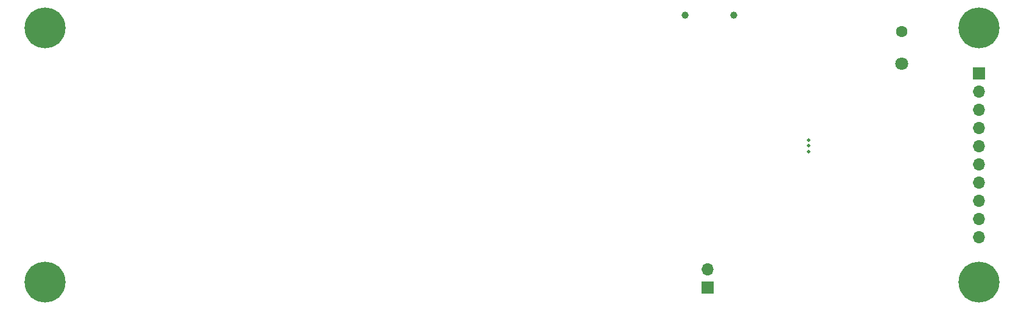
<source format=gbr>
%TF.GenerationSoftware,KiCad,Pcbnew,8.0.5*%
%TF.CreationDate,2024-11-08T20:24:14-08:00*%
%TF.ProjectId,newbatt,6e657762-6174-4742-9e6b-696361645f70,rev?*%
%TF.SameCoordinates,Original*%
%TF.FileFunction,Soldermask,Bot*%
%TF.FilePolarity,Negative*%
%FSLAX46Y46*%
G04 Gerber Fmt 4.6, Leading zero omitted, Abs format (unit mm)*
G04 Created by KiCad (PCBNEW 8.0.5) date 2024-11-08 20:24:14*
%MOMM*%
%LPD*%
G01*
G04 APERTURE LIST*
%ADD10C,1.000000*%
%ADD11C,1.600000*%
%ADD12C,1.800000*%
%ADD13C,3.600000*%
%ADD14C,5.700000*%
%ADD15R,1.700000X1.700000*%
%ADD16O,1.700000X1.700000*%
%ADD17C,0.508000*%
G04 APERTURE END LIST*
D10*
%TO.C,S1*%
X108600000Y-18000000D03*
X115400000Y-18000000D03*
%TD*%
D11*
%TO.C,J1*%
X138750000Y-20250000D03*
D12*
X138750000Y-24750000D03*
%TD*%
D13*
%TO.C,H4*%
X149500000Y-55250000D03*
D14*
X149500000Y-55250000D03*
%TD*%
D13*
%TO.C,H1*%
X19500000Y-19750000D03*
D14*
X19500000Y-19750000D03*
%TD*%
D13*
%TO.C,H3*%
X149500000Y-19750000D03*
D14*
X149500000Y-19750000D03*
%TD*%
D15*
%TO.C,J2*%
X149500000Y-26070000D03*
D16*
X149500000Y-28610000D03*
X149500000Y-31150000D03*
X149500000Y-33690000D03*
X149500000Y-36230000D03*
X149500000Y-38770000D03*
X149500000Y-41310000D03*
X149500000Y-43850000D03*
X149500000Y-46390000D03*
X149500000Y-48930000D03*
%TD*%
D17*
%TO.C,U1*%
X125750000Y-35425200D03*
X125750000Y-36212600D03*
X125750000Y-37000000D03*
%TD*%
D15*
%TO.C,TH1*%
X111750000Y-56025000D03*
D16*
X111750000Y-53485000D03*
%TD*%
D13*
%TO.C,H2*%
X19500000Y-55250000D03*
D14*
X19500000Y-55250000D03*
%TD*%
M02*

</source>
